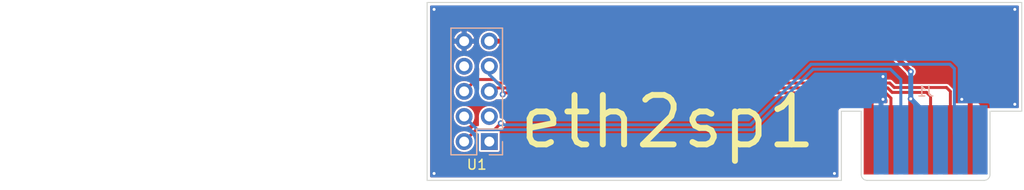
<source format=kicad_pcb>
(kicad_pcb (version 20240108) (generator "pcbnew") (generator_version "8.0")
  (layers (0 "F.Cu" signal) (31 "B.Cu" signal) (34 "B.Paste" user) (35 "F.Paste" user) (36 "B.SilkS" user "B.Silkscreen") (37 "F.SilkS" user "F.Silkscreen") (38 "B.Mask" user) (39 "F.Mask" user) (44 "Edge.Cuts" user))
  (net 0 "")
  (net 4 "/MISO")
  (net 5 "/INT")
  (net 6 "/CS")
  (net 7 "/MOSI")
  (net 8 "/SCK")
  (net 10 "GND")
  (net 11 "+3V3")
  (footprint "_prj-lib:ENC28J60_module" (layer "F.Cu") (at 151.275 110.075 180)
    (property "Reference" "U1" (at 1.27 -2.33 180) (layer "F.SilkS"))
    (property "Value" "ENC28J60_module")
    (fp_line (start 3.87 11.49) (end 3.87 -1.33) (stroke (width 0.12)) (layer "B.SilkS"))
    (fp_line (start 3.87 11.49) (end -1.33 11.49) (stroke (width 0.12)) (layer "B.SilkS"))
    (fp_line (start 3.87 -1.33) (end 1.27 -1.33) (stroke (width 0.12)) (layer "B.SilkS"))
    (fp_line (start 1.27 1.27) (end -1.33 1.27) (stroke (width 0.12)) (layer "B.SilkS"))
    (fp_line (start 1.27 -1.33) (end 1.27 1.27) (stroke (width 0.12)) (layer "B.SilkS"))
    (fp_line (start 0 -1.33) (end -1.33 -1.33) (stroke (width 0.12)) (layer "B.SilkS"))
    (fp_line (start -1.33 11.49) (end -1.33 1.27) (stroke (width 0.12)) (layer "B.SilkS"))
    (fp_line (start -1.33 -1.33) (end -1.33 0) (stroke (width 0.12)) (layer "B.SilkS"))
    (fp_line (start 3.87 -1.33) (end 3.87 11.49) (stroke (width 0.12)) (layer "F.SilkS"))
    (fp_line (start 1.27 1.27) (end 1.27 -1.33) (stroke (width 0.12)) (layer "F.SilkS"))
    (fp_line (start 1.27 -1.33) (end 3.87 -1.33) (stroke (width 0.12)) (layer "F.SilkS"))
    (fp_line (start -1.33 11.49) (end 3.87 11.49) (stroke (width 0.12)) (layer "F.SilkS"))
    (fp_line (start -1.33 1.27) (end 1.27 1.27) (stroke (width 0.12)) (layer "F.SilkS"))
    (fp_line (start -1.33 1.27) (end -1.33 11.49) (stroke (width 0.12)) (layer "F.SilkS"))
    (fp_line (start -1.33 0) (end -1.33 -1.33) (stroke (width 0.12)) (layer "F.SilkS"))
    (fp_line (start -1.33 -1.33) (end 0 -1.33) (stroke (width 0.12)) (layer "F.SilkS"))
    (pad "1" thru_hole rect (at 0 0 180) (size 1.7 1.7) (drill 1) (layers "*.Cu" "*.Mask"))
    (pad "2" thru_hole oval (at 2.54 0 180) (size 1.7 1.7) (drill 1) (layers "*.Cu" "*.Mask") (net 5 "/INT"))
    (pad "3" thru_hole oval (at 0 2.54 180) (size 1.7 1.7) (drill 1) (layers "*.Cu" "*.Mask"))
    (pad "4" thru_hole oval (at 2.54 2.54 180) (size 1.7 1.7) (drill 1) (layers "*.Cu" "*.Mask") (net 4 "/MISO"))
    (pad "5" thru_hole oval (at 0 5.08 180) (size 1.7 1.7) (drill 1) (layers "*.Cu" "*.Mask") (net 6 "/CS"))
    (pad "6" thru_hole oval (at 2.54 5.08 180) (size 1.7 1.7) (drill 1) (layers "*.Cu" "*.Mask") (net 8 "/SCK"))
    (pad "7" thru_hole oval (at 0 7.62 180) (size 1.7 1.7) (drill 1) (layers "*.Cu" "*.Mask") (net 7 "/MOSI"))
    (pad "8" thru_hole oval (at 2.54 7.62 180) (size 1.7 1.7) (drill 1) (layers "*.Cu" "*.Mask"))
    (pad "9" thru_hole oval (at 0 10.16 180) (size 1.7 1.7) (drill 1) (layers "*.Cu" "*.Mask") (net 11 "+3V3"))
    (pad "10" thru_hole oval (at 2.54 10.16 180) (size 1.7 1.7) (drill 1) (layers "*.Cu" "*.Mask") (net 10 "GND"))
  )
  (footprint "_prj-lib:GC_SP1" (layer "B.Cu") (at 195.3 107 180)
    (property "Reference" "J1" (at 0 2 0) (layer "B.SilkS") (effects (justify mirror)))
    (property "Value" "GC_SP1")
    (fp_line (start 6.5 -6.4) (end 6.5 0) (stroke (width 0.1)) (layer "Edge.Cuts"))
    (fp_line (start 5.9 -7) (end -5.9 -7) (stroke (width 0.1)) (layer "Edge.Cuts"))
    (fp_line (start -6.5 -6.4) (end -6.5 0) (stroke (width 0.1)) (layer "Edge.Cuts"))
    (fp_arc (start 5.9 -7) (mid 6.324264 -6.824264) (end 6.5 -6.4) (stroke (width 0.1)) (layer "Edge.Cuts"))
    (fp_arc (start -6.5 -6.4) (mid -6.324264 -6.824264) (end -5.9 -7) (stroke (width 0.1)) (layer "Edge.Cuts"))
    (pad "1" smd rect (at -5.5 -2.9 180) (size 1.5 7) (layers "B.Cu" "B.Mask"))
    (pad "2" smd rect (at -4.5 -2.9 180) (size 1.5 7) (layers "F.Cu" "F.Mask") (net 10 "GND"))
    (pad "3" smd rect (at -3.5 -2.9 180) (size 1.5 7) (layers "B.Cu" "B.Mask") (net 5 "/INT"))
    (pad "4" smd rect (at -2.5 -2.9 180) (size 1.5 7) (layers "F.Cu" "F.Mask") (net 8 "/SCK"))
    (pad "5" smd rect (at -1.5 -2.9 180) (size 1.5 7) (layers "B.Cu" "B.Mask"))
    (pad "6" smd rect (at -0.5 -2.9 180) (size 1.5 7) (layers "F.Cu" "F.Mask") (net 6 "/CS"))
    (pad "7" smd rect (at 0.5 -2.9 180) (size 1.5 7) (layers "B.Cu" "B.Mask") (net 11 "+3V3"))
    (pad "8" smd rect (at 1.5 -2.9 180) (size 1.5 7) (layers "F.Cu" "F.Mask") (net 11 "+3V3"))
    (pad "9" smd rect (at 2.5 -2.9 180) (size 1.5 7) (layers "B.Cu" "B.Mask") (net 4 "/MISO"))
    (pad "10" smd rect (at 3.5 -2.9 180) (size 1.5 7) (layers "F.Cu" "F.Mask") (net 7 "/MOSI"))
    (pad "11" smd rect (at 4.5 -2.9 180) (size 1.5 7) (layers "B.Cu" "B.Mask") (net 10 "GND"))
    (pad "12" smd rect (at 5.5 -2.9 180) (size 1.5 7) (layers "F.Cu" "F.Mask") (net 10 "GND"))
  )
  (gr_line (start 201.8 107) (end 205 107) (stroke (width 0.1)) (layer "Edge.Cuts"))
  (gr_line (start 145 114) (end 145 96) (stroke (width 0.1)) (layer "Edge.Cuts"))
  (gr_line (start 145 114) (end 186.8 114) (stroke (width 0.1)) (layer "Edge.Cuts"))
  (gr_line (start 186.8 107) (end 188.8 107) (stroke (width 0.1)) (layer "Edge.Cuts"))
  (gr_line (start 186.8 114) (end 186.8 107) (stroke (width 0.1)) (layer "Edge.Cuts"))
  (gr_line (start 145 96) (end 205 96) (stroke (width 0.1)) (layer "Edge.Cuts"))
  (gr_line (start 205 107) (end 205 96) (stroke (width 0.1)) (layer "Edge.Cuts"))
  (gr_text "eth2sp1" (at 154 111 0) (layer "F.SilkS") (effects (font (size 5 5) (thickness 0.6)) (justify left bottom)))
  (segment (start 148.735 107.535) (end 150.075 108.875) (width 0.3) (layer "B.Cu") (net 4))
  (segment (start 183.95 102.75) (end 191.75 102.75) (width 0.3) (layer "B.Cu") (net 4))
  (segment (start 191.75 102.75) (end 192.8 103.8) (width 0.3) (layer "B.Cu") (net 4))
  (segment (start 192.8 103.8) (end 192.8 109.9) (width 0.3) (layer "B.Cu") (net 4))
  (segment (start 150.075 108.875) (end 177.825 108.875) (width 0.3) (layer "B.Cu") (net 4))
  (segment (start 177.825 108.875) (end 183.95 102.75) (width 0.3) (layer "B.Cu") (net 4))
  (segment (start 152.434965 108.225644) (end 151.785609 108.875) (width 0.3) (layer "F.Cu") (net 5))
  (segment (start 151.785609 108.875) (end 149.935 108.875) (width 0.3) (layer "F.Cu") (net 5))
  (segment (start 149.935 108.875) (end 148.735 110.075) (width 0.3) (layer "F.Cu") (net 5))
  (via (at 152.434965 108.225644) (size 0.6) (drill 0.3) (layers "F.Cu" "B.Cu") (net 5))
  (segment (start 177.617894 108.375) (end 183.742893 102.25) (width 0.3) (layer "B.Cu") (net 5))
  (segment (start 183.742893 102.25) (end 197.75 102.25) (width 0.3) (layer "B.Cu") (net 5))
  (segment (start 198.2 109.3) (end 198.8 109.9) (width 0.3) (layer "B.Cu") (net 5))
  (segment (start 152.434965 108.225644) (end 152.584321 108.375) (width 0.3) (layer "B.Cu") (net 5))
  (segment (start 197.75 102.25) (end 198.2 102.7) (width 0.3) (layer "B.Cu") (net 5))
  (segment (start 152.584321 108.375) (end 177.617894 108.375) (width 0.3) (layer "B.Cu") (net 5))
  (segment (start 198.2 102.7) (end 198.2 109.3) (width 0.3) (layer "B.Cu") (net 5))
  (segment (start 191.476345 104.65) (end 191.926345 105.1) (width 0.3) (layer "F.Cu") (net 6))
  (segment (start 191.926345 105.1) (end 195.4 105.1) (width 0.3) (layer "F.Cu") (net 6))
  (segment (start 151.275 104.995) (end 151.62 104.65) (width 0.3) (layer "F.Cu") (net 6))
  (segment (start 195.8 105.5) (end 195.8 109.9) (width 0.3) (layer "F.Cu") (net 6))
  (segment (start 195.4 105.1) (end 195.8 105.5) (width 0.3) (layer "F.Cu") (net 6))
  (segment (start 151.62 104.65) (end 191.476345 104.65) (width 0.3) (layer "F.Cu") (net 6))
  (segment (start 152.774985 105.15) (end 191.269239 105.15) (width 0.3) (layer "F.Cu") (net 7))
  (segment (start 152.624985 105.3) (end 152.774985 105.15) (width 0.3) (layer "F.Cu") (net 7))
  (segment (start 191.269239 105.15) (end 191.8 105.680761) (width 0.3) (layer "F.Cu") (net 7))
  (segment (start 191.8 105.680761) (end 191.8 109.9) (width 0.3) (layer "F.Cu") (net 7))
  (via (at 152.624985 105.3) (size 0.6) (drill 0.3) (layers "F.Cu" "B.Cu") (net 7))
  (segment (start 151.275 103.297943) (end 151.275 102.455) (width 0.3) (layer "B.Cu") (net 7))
  (segment (start 152.624985 105.3) (end 152.624985 104.647928) (width 0.3) (layer "B.Cu") (net 7))
  (segment (start 152.624985 104.647928) (end 151.275 103.297943) (width 0.3) (layer "B.Cu") (net 7))
  (segment (start 152.127057 104.15) (end 191.683451 104.15) (width 0.3) (layer "F.Cu") (net 8))
  (segment (start 197.4 104.6) (end 197.8 105) (width 0.3) (layer "F.Cu") (net 8))
  (segment (start 151.772057 103.795) (end 152.127057 104.15) (width 0.3) (layer "F.Cu") (net 8))
  (segment (start 197.8 105) (end 197.8 109.9) (width 0.3) (layer "F.Cu") (net 8))
  (segment (start 149.935 103.795) (end 151.772057 103.795) (width 0.3) (layer "F.Cu") (net 8))
  (segment (start 192.133451 104.6) (end 197.4 104.6) (width 0.3) (layer "F.Cu") (net 8))
  (segment (start 148.735 104.995) (end 149.935 103.795) (width 0.3) (layer "F.Cu") (net 8))
  (segment (start 191.683451 104.15) (end 192.133451 104.6) (width 0.3) (layer "F.Cu") (net 8))
  (via (at 204.3 96.7) (size 0.6) (drill 0.3) (layers "F.Cu" "B.Cu") (net 10))
  (via (at 191 105.8) (size 0.6) (drill 0.3) (layers "F.Cu" "B.Cu") (net 10))
  (via (at 198.95 105.8) (size 0.6) (drill 0.3) (layers "F.Cu" "B.Cu") (net 10))
  (via (at 186.1 113.3) (size 0.6) (drill 0.3) (layers "F.Cu" "B.Cu") (net 10))
  (via (at 145.7 96.7) (size 0.6) (drill 0.3) (layers "F.Cu" "B.Cu") (net 10))
  (via (at 145.7 113.3) (size 0.6) (drill 0.3) (layers "F.Cu" "B.Cu") (net 10))
  (via (at 204.3 106.3) (size 0.6) (drill 0.3) (layers "F.Cu" "B.Cu") (net 10))
  (via (at 191 103.5) (size 0.6) (drill 0.3) (layers "F.Cu" "B.Cu") (net 10))
  (segment (start 193.8 109.9) (end 193.8 105.75) (width 0.5) (layer "F.Cu") (net 11))
  (segment (start 190.715 99.915) (end 193.8 103) (width 0.5) (layer "F.Cu") (net 11))
  (segment (start 151.275 99.915) (end 190.715 99.915) (width 0.5) (layer "F.Cu") (net 11))
  (via (at 193.8 103) (size 0.6) (drill 0.3) (layers "F.Cu" "B.Cu") (net 11))
  (via (at 193.8 105.75) (size 0.6) (drill 0.3) (layers "F.Cu" "B.Cu") (net 11))
  (segment (start 194.8 106.75) (end 194.8 109.9) (width 0.5) (layer "B.Cu") (net 11))
  (segment (start 193.8 105.75) (end 194.8 106.75) (width 0.5) (layer "B.Cu") (net 11))
  (segment (start 193.8 103) (end 193.8 105.75) (width 0.5) (layer "B.Cu") (net 11))
  (zone (net 0) (net_name "") (layer "F.Cu") (connect_pads (clearance 0)) (min_thickness 0.25)
    (keepout (tracks allowed) (vias allowed) (pads allowed) (copperpour not_allowed) (footprints allowed))
    (fill (thermal_gap 0.5) (thermal_bridge_width 0.5))
    (polygon (pts (xy 190.4 106.2) (xy 191.1 106.2) (xy 191.1 106.4) (xy 190.4 106.4)))
  )
  (zone (net 0) (net_name "") (layer "F.Cu") (connect_pads (clearance 0)) (min_thickness 0.25)
    (keepout (tracks allowed) (vias allowed) (pads allowed) (copperpour not_allowed) (footprints allowed))
    (fill (thermal_gap 0.5) (thermal_bridge_width 0.5))
    (polygon (pts (xy 198.4 106.2) (xy 199.2 106.2) (xy 199.2 106.4) (xy 198.4 106.4)))
  )
  (zone (net 0) (net_name "") (layer "F.Cu") (connect_pads (clearance 0)) (min_thickness 0.25)
    (keepout (tracks allowed) (vias allowed) (pads allowed) (copperpour not_allowed) (footprints allowed))
    (fill (thermal_gap 0.5) (thermal_bridge_width 0.5))
    (polygon (pts (xy 148.75 111.125) (xy 150.65 111.125) (xy 150.65 109.025) (xy 148.75 109.025)))
  )
  (zone (net 0) (net_name "") (layer "F.Cu") (connect_pads (clearance 0)) (min_thickness 0.25)
    (keepout (tracks allowed) (vias allowed) (pads allowed) (copperpour not_allowed) (footprints allowed))
    (fill (thermal_gap 0.5) (thermal_bridge_width 0.5))
    (polygon (pts (xy 150.225 107.525) (xy 150.225 108.575) (xy 150.8 108.575) (xy 150.8 107.525)))
  )
  (zone (net 0) (net_name "") (layer "F.Cu") (connect_pads (clearance 0)) (min_thickness 0.25)
    (keepout (tracks allowed) (vias allowed) (pads allowed) (copperpour not_allowed) (footprints allowed))
    (fill (thermal_gap 0.5) (thermal_bridge_width 0.5))
    (polygon (pts (xy 148.75 106.025) (xy 151.275 106.025) (xy 151.275 104.5) (xy 148.75 104.5)))
  )
  (zone (net 0) (net_name "") (layer "F.Cu") (connect_pads (clearance 0)) (min_thickness 0.25)
    (keepout (tracks allowed) (vias allowed) (pads allowed) (copperpour not_allowed) (footprints allowed))
    (fill (thermal_gap 0.5) (thermal_bridge_width 0.5))
    (polygon (pts (xy 152.32 109.26) (xy 152.32 108.81) (xy 152.18 108.81) (xy 152.18 109.26)))
  )
  (zone (net 10) (net_name "GND") (layers "F&B.Cu") (connect_pads (clearance 0.2)) (min_thickness 0.22) (fill yes (thermal_gap 0.2) (thermal_bridge_width 0.5))
    (polygon (pts (xy 205.25 95.75) (xy 205.25 114.25) (xy 144.75 114.25) (xy 144.75 95.75)))
  )
  (zone (net 0) (net_name "") (layers "F&B.Cu") (connect_pads (clearance 0)) (min_thickness 0.25)
    (keepout (tracks allowed) (vias allowed) (pads allowed) (copperpour not_allowed) (footprints allowed))
    (fill (thermal_gap 0.5) (thermal_bridge_width 0.5))
    (polygon (pts (xy 202 106.7) (xy 188.5 106.7) (xy 188.5 115) (xy 202 115)))
  )
  (zone (net 0) (net_name "") (layers "F&B.Cu") (connect_pads (clearance 0)) (min_thickness 0.25)
    (keepout (tracks allowed) (vias allowed) (pads allowed) (copperpour not_allowed) (footprints allowed))
    (fill (thermal_gap 0.5) (thermal_bridge_width 0.5))
    (polygon (pts (xy 152.3 105) (xy 150.25 105) (xy 150.25 102.45) (xy 152.3 102.45)))
  )
  (zone (net 0) (net_name "") (layers "F&B.Cu") (connect_pads (clearance 0)) (min_thickness 0.25)
    (keepout (tracks allowed) (vias allowed) (pads allowed) (copperpour not_allowed) (footprints allowed))
    (fill (thermal_gap 0.5) (thermal_bridge_width 0.5))
    (polygon (pts (xy 152.6 105.8) (xy 151.9 105.8) (xy 151.9 105.6) (xy 152.6 105.6)))
  )
  (zone (net 0) (net_name "") (layer "B.Cu") (connect_pads (clearance 0)) (min_thickness 0.25)
    (keepout (tracks allowed) (vias allowed) (pads allowed) (copperpour not_allowed) (footprints allowed))
    (fill (thermal_gap 0.5) (thermal_bridge_width 0.5))
    (polygon (pts (xy 191.4 102.7) (xy 191.4 106.4) (xy 192.6 106.4) (xy 192.6 102.7)))
  )
  (zone (net 0) (net_name "") (layer "B.Cu") (connect_pads (clearance 0)) (min_thickness 0.25)
    (keepout (tracks allowed) (vias allowed) (pads allowed) (copperpour not_allowed) (footprints allowed))
    (fill (thermal_gap 0.5) (thermal_bridge_width 0.5))
    (polygon (pts (xy 151.3 106.5) (xy 148.7 106.5) (xy 148.7 106.8) (xy 151.3 106.8)))
  )
  (zone (net 0) (net_name "") (layer "B.Cu") (connect_pads (clearance 0)) (min_thickness 0.25)
    (keepout (tracks allowed) (vias allowed) (pads allowed) (copperpour not_allowed) (footprints allowed))
    (fill (thermal_gap 0.5) (thermal_bridge_width 0.5))
    (polygon (pts (xy 199.4 106.2) (xy 199.4 106.4) (xy 200.2 106.4) (xy 200.2 106.2)))
  )
)
</source>
